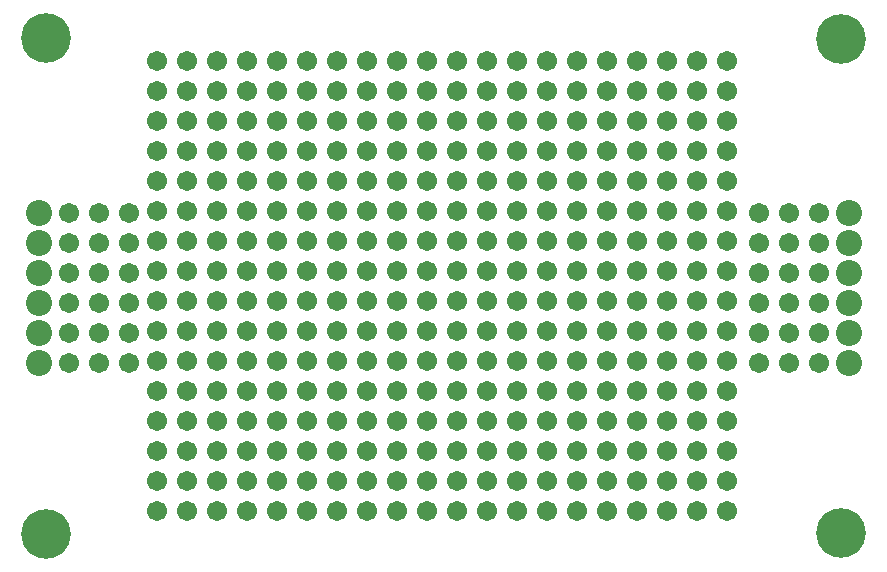
<source format=gbs>
G04*
G04 #@! TF.GenerationSoftware,Altium Limited,Altium Designer,20.0.13 (296)*
G04*
G04 Layer_Color=16711935*
%FSLAX43Y43*%
%MOMM*%
G71*
G01*
G75*
%ADD10C,2.203*%
%ADD11C,2.203*%
%ADD12C,1.703*%
%ADD13C,4.203*%
D10*
X27940Y43053D02*
D03*
Y45593D02*
D03*
Y48133D02*
D03*
X96520Y43053D02*
D03*
Y45593D02*
D03*
Y48133D02*
D03*
Y50673D02*
D03*
Y53213D02*
D03*
Y55753D02*
D03*
D11*
X27940Y50673D02*
D03*
Y53213D02*
D03*
Y55753D02*
D03*
D12*
X86233Y33020D02*
D03*
Y30480D02*
D03*
X83693Y33020D02*
D03*
Y30480D02*
D03*
X81153Y33020D02*
D03*
Y30480D02*
D03*
X78613Y33020D02*
D03*
Y30480D02*
D03*
X76073Y33020D02*
D03*
Y30480D02*
D03*
X73533Y33020D02*
D03*
Y30480D02*
D03*
X70993Y33020D02*
D03*
Y30480D02*
D03*
X68453Y33020D02*
D03*
Y30480D02*
D03*
X65913Y33020D02*
D03*
Y30480D02*
D03*
X63373Y33020D02*
D03*
Y30480D02*
D03*
X60833Y33020D02*
D03*
Y30480D02*
D03*
X58293Y33020D02*
D03*
Y30480D02*
D03*
X55753Y33020D02*
D03*
Y30480D02*
D03*
X53213Y33020D02*
D03*
Y30480D02*
D03*
X50673Y33020D02*
D03*
Y30480D02*
D03*
X48133Y33020D02*
D03*
Y30480D02*
D03*
X45593Y33020D02*
D03*
Y30480D02*
D03*
X43053Y33020D02*
D03*
Y30480D02*
D03*
X40513Y33020D02*
D03*
Y30480D02*
D03*
X37973Y33020D02*
D03*
Y30480D02*
D03*
X35560Y43053D02*
D03*
Y45593D02*
D03*
Y48133D02*
D03*
Y50673D02*
D03*
Y53213D02*
D03*
Y55753D02*
D03*
X88900Y43053D02*
D03*
Y45593D02*
D03*
Y48133D02*
D03*
Y50673D02*
D03*
Y53213D02*
D03*
Y55753D02*
D03*
X37973Y43180D02*
D03*
Y45720D02*
D03*
X40513Y43180D02*
D03*
Y45720D02*
D03*
X43053Y43180D02*
D03*
Y45720D02*
D03*
X45593Y43180D02*
D03*
Y45720D02*
D03*
X48133Y43180D02*
D03*
Y45720D02*
D03*
X50673Y43180D02*
D03*
Y45720D02*
D03*
X53213Y43180D02*
D03*
Y45720D02*
D03*
X55753Y43180D02*
D03*
Y45720D02*
D03*
X58293Y43180D02*
D03*
Y45720D02*
D03*
X60833Y43180D02*
D03*
Y45720D02*
D03*
X63373Y43180D02*
D03*
Y45720D02*
D03*
X65913Y43180D02*
D03*
Y45720D02*
D03*
X68453Y43180D02*
D03*
Y45720D02*
D03*
X70993Y43180D02*
D03*
Y45720D02*
D03*
X73533Y43180D02*
D03*
Y45720D02*
D03*
X76073Y43180D02*
D03*
Y45720D02*
D03*
X78613Y43180D02*
D03*
Y45720D02*
D03*
X81153Y43180D02*
D03*
Y45720D02*
D03*
X83693Y43180D02*
D03*
Y45720D02*
D03*
X86233Y43180D02*
D03*
Y45720D02*
D03*
X37973Y48260D02*
D03*
Y50800D02*
D03*
X40513Y48260D02*
D03*
Y50800D02*
D03*
X43053Y48260D02*
D03*
Y50800D02*
D03*
X45593Y48260D02*
D03*
Y50800D02*
D03*
X48133Y48260D02*
D03*
Y50800D02*
D03*
X50673Y48260D02*
D03*
Y50800D02*
D03*
X53213Y48260D02*
D03*
Y50800D02*
D03*
X55753Y48260D02*
D03*
Y50800D02*
D03*
X58293Y48260D02*
D03*
Y50800D02*
D03*
X60833Y48260D02*
D03*
Y50800D02*
D03*
X63373Y48260D02*
D03*
Y50800D02*
D03*
X65913Y48260D02*
D03*
Y50800D02*
D03*
X68453Y48260D02*
D03*
Y50800D02*
D03*
X70993Y48260D02*
D03*
Y50800D02*
D03*
X73533Y48260D02*
D03*
Y50800D02*
D03*
X76073Y48260D02*
D03*
Y50800D02*
D03*
X78613Y48260D02*
D03*
Y50800D02*
D03*
X81153Y48260D02*
D03*
Y50800D02*
D03*
X83693Y48260D02*
D03*
Y50800D02*
D03*
X86233Y48260D02*
D03*
Y50800D02*
D03*
Y63500D02*
D03*
X83693D02*
D03*
X81153D02*
D03*
X78613D02*
D03*
X76073D02*
D03*
X73533D02*
D03*
X70993D02*
D03*
X68453D02*
D03*
X65913D02*
D03*
X63373D02*
D03*
X60833D02*
D03*
X58293D02*
D03*
X55753D02*
D03*
X53213D02*
D03*
X50673D02*
D03*
X48133D02*
D03*
X45593D02*
D03*
X43053D02*
D03*
X40513D02*
D03*
X37973D02*
D03*
X86233Y40640D02*
D03*
X83693D02*
D03*
X81153D02*
D03*
X78613D02*
D03*
X76073D02*
D03*
X73533D02*
D03*
X70993D02*
D03*
X68453D02*
D03*
X65913D02*
D03*
X63373D02*
D03*
X60833D02*
D03*
X58293D02*
D03*
X55753D02*
D03*
X53213D02*
D03*
X50673D02*
D03*
X48133D02*
D03*
X45593D02*
D03*
X43053D02*
D03*
X40513D02*
D03*
X37973D02*
D03*
X86233Y60960D02*
D03*
X83693D02*
D03*
X81153D02*
D03*
X78613D02*
D03*
X76073D02*
D03*
X73533D02*
D03*
X70993D02*
D03*
X68453D02*
D03*
X65913D02*
D03*
X63373D02*
D03*
X60833D02*
D03*
X58293D02*
D03*
X55753D02*
D03*
X53213D02*
D03*
X50673D02*
D03*
X48133D02*
D03*
X45593D02*
D03*
X43053D02*
D03*
X40513D02*
D03*
X37973D02*
D03*
X86233Y35560D02*
D03*
X83693D02*
D03*
X81153D02*
D03*
X78613D02*
D03*
X76073D02*
D03*
X73533D02*
D03*
X70993D02*
D03*
X68453D02*
D03*
X65913D02*
D03*
X63373D02*
D03*
X60833D02*
D03*
X58293D02*
D03*
X55753D02*
D03*
X53213D02*
D03*
X50673D02*
D03*
X48133D02*
D03*
X45593D02*
D03*
X43053D02*
D03*
X40513D02*
D03*
X37973D02*
D03*
X86233Y58420D02*
D03*
X83693D02*
D03*
X81153D02*
D03*
X78613D02*
D03*
X76073D02*
D03*
X73533D02*
D03*
X70993D02*
D03*
X68453D02*
D03*
X65913D02*
D03*
X63373D02*
D03*
X60833D02*
D03*
X58293D02*
D03*
X55753D02*
D03*
X53213D02*
D03*
X50673D02*
D03*
X48133D02*
D03*
X45593D02*
D03*
X43053D02*
D03*
X40513D02*
D03*
X37973D02*
D03*
X86233Y38100D02*
D03*
X83693D02*
D03*
X81153D02*
D03*
X78613D02*
D03*
X76073D02*
D03*
X73533D02*
D03*
X70993D02*
D03*
X68453D02*
D03*
X65913D02*
D03*
X63373D02*
D03*
X60833D02*
D03*
X58293D02*
D03*
X55753D02*
D03*
X53213D02*
D03*
X50673D02*
D03*
X48133D02*
D03*
X45593D02*
D03*
X43053D02*
D03*
X40513D02*
D03*
X37973D02*
D03*
Y53340D02*
D03*
Y55880D02*
D03*
X40513Y53340D02*
D03*
Y55880D02*
D03*
X43053Y53340D02*
D03*
Y55880D02*
D03*
X45593Y53340D02*
D03*
Y55880D02*
D03*
X48133Y53340D02*
D03*
Y55880D02*
D03*
X50673Y53340D02*
D03*
Y55880D02*
D03*
X53213Y53340D02*
D03*
Y55880D02*
D03*
X55753Y53340D02*
D03*
Y55880D02*
D03*
X58293Y53340D02*
D03*
Y55880D02*
D03*
X60833Y53340D02*
D03*
Y55880D02*
D03*
X63373Y53340D02*
D03*
Y55880D02*
D03*
X65913Y53340D02*
D03*
Y55880D02*
D03*
X68453Y53340D02*
D03*
Y55880D02*
D03*
X70993Y53340D02*
D03*
Y55880D02*
D03*
X73533Y53340D02*
D03*
Y55880D02*
D03*
X76073Y53340D02*
D03*
Y55880D02*
D03*
X78613Y53340D02*
D03*
Y55880D02*
D03*
X81153Y53340D02*
D03*
Y55880D02*
D03*
X83693Y53340D02*
D03*
Y55880D02*
D03*
X86233Y53340D02*
D03*
Y55880D02*
D03*
X37973Y66040D02*
D03*
Y68580D02*
D03*
X40513Y66040D02*
D03*
Y68580D02*
D03*
X43053Y66040D02*
D03*
Y68580D02*
D03*
X45593Y66040D02*
D03*
Y68580D02*
D03*
X48133Y66040D02*
D03*
Y68580D02*
D03*
X50673Y66040D02*
D03*
Y68580D02*
D03*
X53213Y66040D02*
D03*
Y68580D02*
D03*
X55753Y66040D02*
D03*
Y68580D02*
D03*
X58293Y66040D02*
D03*
Y68580D02*
D03*
X60833Y66040D02*
D03*
Y68580D02*
D03*
X63373Y66040D02*
D03*
Y68580D02*
D03*
X65913Y66040D02*
D03*
Y68580D02*
D03*
X68453Y66040D02*
D03*
Y68580D02*
D03*
X70993Y66040D02*
D03*
Y68580D02*
D03*
X73533Y66040D02*
D03*
Y68580D02*
D03*
X76073Y66040D02*
D03*
Y68580D02*
D03*
X78613Y66040D02*
D03*
Y68580D02*
D03*
X81153Y66040D02*
D03*
Y68580D02*
D03*
X83693Y66040D02*
D03*
Y68580D02*
D03*
X86233Y66040D02*
D03*
Y68580D02*
D03*
X30480Y55753D02*
D03*
X33020D02*
D03*
X30480Y53213D02*
D03*
X33020D02*
D03*
X30480Y50673D02*
D03*
X33020D02*
D03*
X30480Y48133D02*
D03*
X33020D02*
D03*
X30480Y45593D02*
D03*
X33020D02*
D03*
X30480Y43053D02*
D03*
X33020D02*
D03*
X91440Y55753D02*
D03*
X93980D02*
D03*
X91440Y53213D02*
D03*
X93980D02*
D03*
X91440Y50673D02*
D03*
X93980D02*
D03*
X91440Y48133D02*
D03*
X93980D02*
D03*
X91440Y45593D02*
D03*
X93980D02*
D03*
X91440Y43053D02*
D03*
X93980D02*
D03*
D13*
X28560Y28574D02*
D03*
X28574Y70500D02*
D03*
X95884Y28590D02*
D03*
X95885Y70485D02*
D03*
M02*

</source>
